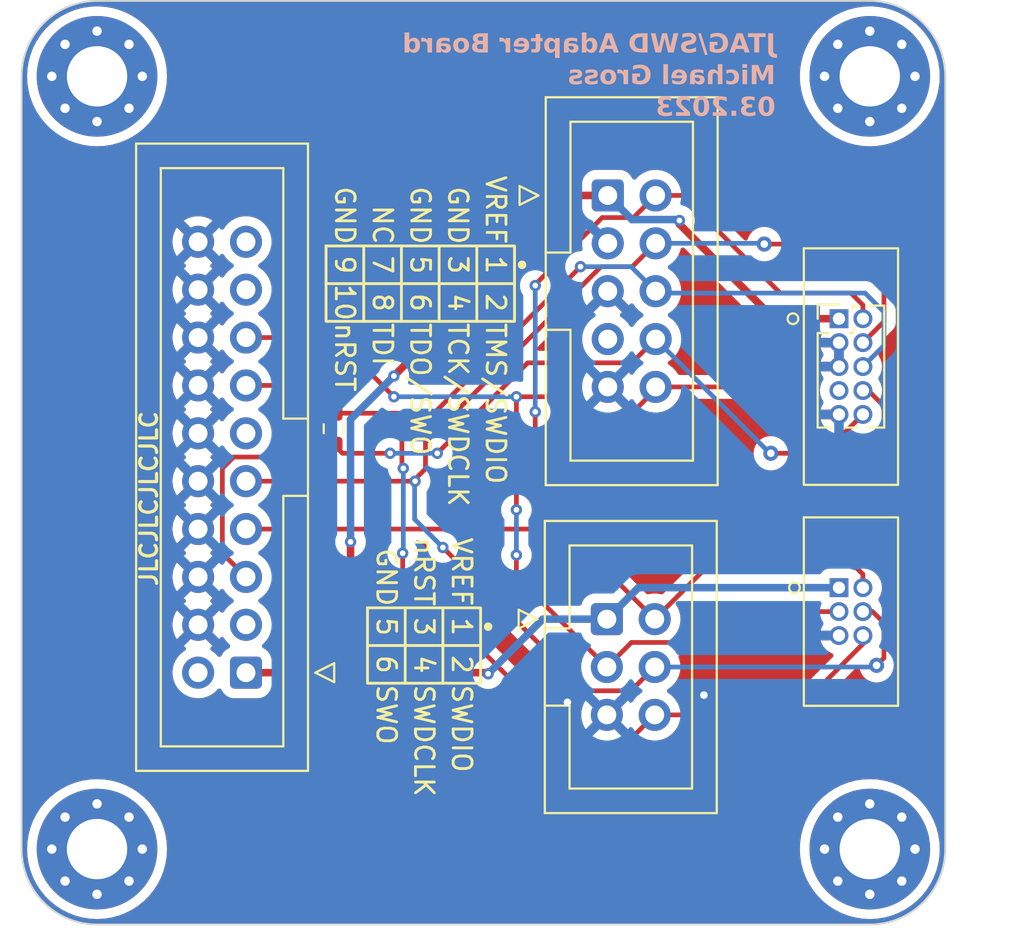
<source format=kicad_pcb>
(kicad_pcb (version 20221018) (generator pcbnew)
  (title_block (title "JTAG/SWD Adapter") (date "2023-03-20") (rev "v1.0") (company "Michael Gross"))
  (layers (0 "F.Cu" signal "Front") (31 "B.Cu" signal "Back") (34 "B.Paste" user) (35 "F.Paste" user) (36 "B.SilkS" user "B.Silkscreen") (37 "F.SilkS" user "F.Silkscreen") (38 "B.Mask" user) (39 "F.Mask" user) (44 "Edge.Cuts" user))
  (net 0 "")
  (net 1 "VREF")
  (net 2 "TMS{slash}SWDIO")
  (net 3 "nRST")
  (net 4 "TCK{slash}SWDCLK")
  (net 5 "GND")
  (net 6 "TDO{slash}SWO")
  (net 8 "TDI")
  (net 9 "VCC")
  (net 10 "nTRST")
  (net 11 "RTCK")
  (net 12 "DBGRQ")
  (net 13 "DBGACK")
  (footprint "Custom:Connector_IDC_2x05_P1.27" (layer "F.Cu") (at 142 124.4)
    (fp_text reference "J5" hide)
    (fp_text value "Conn_ARM_JTAG_SWD_10")
    (fp_line (start -1.765 -3.3) (end -0.635 -3.3) (stroke (width 0.12)) (layer "F.SilkS"))
    (fp_line (start -1.765 -2.54) (end -1.765 -3.3) (stroke (width 0.12)) (layer "F.SilkS"))
    (fp_line (start -1.765 -1.78) (end -1.765 3.235) (stroke (width 0.12)) (layer "F.SilkS"))
    (fp_line (start -1.765 -1.78) (end -1.198471 -1.78) (stroke (width 0.12)) (layer "F.SilkS"))
    (fp_line (start -1.765 3.235) (end -0.94253 3.235) (stroke (width 0.12)) (layer "F.SilkS"))
    (fp_line (start -0.32747 3.235) (end 0.32747 3.235) (stroke (width 0.12)) (layer "F.SilkS"))
    (fp_line (start -0.071529 -1.78) (end 0.071529 -1.78) (stroke (width 0.12)) (layer "F.SilkS"))
    (fp_line (start 0.125 -3.235) (end 0.32747 -3.235) (stroke (width 0.12)) (layer "F.SilkS"))
    (fp_line (start 0.125 -3.103471) (end 0.125 -3.235) (stroke (width 0.12)) (layer "F.SilkS"))
    (fp_line (start 0.125 -1.833471) (end 0.125 -1.976529) (stroke (width 0.12)) (layer "F.SilkS"))
    (fp_line (start 0.94253 -3.235) (end 1.765 -3.235) (stroke (width 0.12)) (layer "F.SilkS"))
    (fp_line (start 0.94253 3.235) (end 1.765 3.235) (stroke (width 0.12)) (layer "F.SilkS"))
    (fp_line (start 1.765 -3.235) (end 1.765 3.235) (stroke (width 0.12)) (layer "F.SilkS"))
    (fp_rect (start -2.5 -6.275) (end 2.5 6.275) (stroke (width 0.12)) (fill none) (layer "F.SilkS"))
    (fp_circle (center -3.07798 -2.54) (end -2.82398 -2.413) (stroke (width 0.12)) (fill none) (layer "F.SilkS"))
    (pad "1" thru_hole rect (at -0.635 -2.54) (size 1 1) (drill 0.65) (layers "*.Cu" "*.Mask") (net 1 "VREF"))
    (pad "2" thru_hole oval (at 0.635 -2.54) (size 1 1) (drill 0.65) (layers "*.Cu" "*.Mask") (net 2 "TMS{slash}SWDIO"))
    (pad "3" thru_hole oval (at -0.635 -1.27) (size 1 1) (drill 0.65) (layers "*.Cu" "*.Mask") (net 5 "GND"))
    (pad "4" thru_hole oval (at 0.635 -1.27) (size 1 1) (drill 0.65) (layers "*.Cu" "*.Mask") (net 4 "TCK{slash}SWDCLK"))
    (pad "5" thru_hole oval (at -0.635 0) (size 1 1) (drill 0.65) (layers "*.Cu" "*.Mask") (net 5 "GND"))
    (pad "6" thru_hole oval (at 0.635 0) (size 1 1) (drill 0.65) (layers "*.Cu" "*.Mask") (net 6 "TDO{slash}SWO"))
    (pad "7" thru_hole oval (at -0.635 1.27) (size 1 1) (drill 0.65) (layers "*.Cu" "*.Mask"))
    (pad "8" thru_hole oval (at 0.635 1.27) (size 1 1) (drill 0.65) (layers "*.Cu" "*.Mask") (net 8 "TDI"))
    (pad "9" thru_hole oval (at -0.635 2.54) (size 1 1) (drill 0.65) (layers "*.Cu" "*.Mask") (net 5 "GND"))
    (pad "10" thru_hole oval (at 0.635 2.54) (size 1 1) (drill 0.65) (layers "*.Cu" "*.Mask") (net 3 "nRST"))
  )
  (footprint "MountingHole:MountingHole_3.2mm_M3_Pad_Via" (layer "F.Cu") (at 143 150)
    (fp_text reference "H3" hide)
    (fp_text value "MountingHole")
    (pad "1" thru_hole circle (at -2.4 0) (size 0.8 0.8) (drill 0.5) (layers "*.Cu" "*.Mask"))
    (pad "1" thru_hole circle (at -1.697056 -1.697056) (size 0.8 0.8) (drill 0.5) (layers "*.Cu" "*.Mask"))
    (pad "1" thru_hole circle (at -1.697056 1.697056) (size 0.8 0.8) (drill 0.5) (layers "*.Cu" "*.Mask"))
    (pad "1" thru_hole circle (at 0 -2.4) (size 0.8 0.8) (drill 0.5) (layers "*.Cu" "*.Mask"))
    (pad "1" thru_hole circle (at 0 0) (size 6.4 6.4) (drill 3.2) (layers "*.Cu" "*.Mask"))
    (pad "1" thru_hole circle (at 0 2.4) (size 0.8 0.8) (drill 0.5) (layers "*.Cu" "*.Mask"))
    (pad "1" thru_hole circle (at 1.697056 -1.697056) (size 0.8 0.8) (drill 0.5) (layers "*.Cu" "*.Mask"))
    (pad "1" thru_hole circle (at 1.697056 1.697056) (size 0.8 0.8) (drill 0.5) (layers "*.Cu" "*.Mask"))
    (pad "1" thru_hole circle (at 2.4 0) (size 0.8 0.8) (drill 0.5) (layers "*.Cu" "*.Mask"))
  )
  (footprint "MountingHole:MountingHole_3.2mm_M3_Pad_Via" (layer "F.Cu") (at 102 150)
    (fp_text reference "H4" hide)
    (fp_text value "MountingHole")
    (pad "1" thru_hole circle (at -2.4 0) (size 0.8 0.8) (drill 0.5) (layers "*.Cu" "*.Mask"))
    (pad "1" thru_hole circle (at -1.697056 -1.697056) (size 0.8 0.8) (drill 0.5) (layers "*.Cu" "*.Mask"))
    (pad "1" thru_hole circle (at -1.697056 1.697056) (size 0.8 0.8) (drill 0.5) (layers "*.Cu" "*.Mask"))
    (pad "1" thru_hole circle (at 0 -2.4) (size 0.8 0.8) (drill 0.5) (layers "*.Cu" "*.Mask"))
    (pad "1" thru_hole circle (at 0 0) (size 6.4 6.4) (drill 3.2) (layers "*.Cu" "*.Mask"))
    (pad "1" thru_hole circle (at 0 2.4) (size 0.8 0.8) (drill 0.5) (layers "*.Cu" "*.Mask"))
    (pad "1" thru_hole circle (at 1.697056 -1.697056) (size 0.8 0.8) (drill 0.5) (layers "*.Cu" "*.Mask"))
    (pad "1" thru_hole circle (at 1.697056 1.697056) (size 0.8 0.8) (drill 0.5) (layers "*.Cu" "*.Mask"))
    (pad "1" thru_hole circle (at 2.4 0) (size 0.8 0.8) (drill 0.5) (layers "*.Cu" "*.Mask"))
  )
  (footprint "MountingHole:MountingHole_3.2mm_M3_Pad_Via" (layer "F.Cu") (at 102 109)
    (fp_text reference "H1" hide)
    (fp_text value "MountingHole")
    (pad "1" thru_hole circle (at -2.4 0) (size 0.8 0.8) (drill 0.5) (layers "*.Cu" "*.Mask"))
    (pad "1" thru_hole circle (at -1.697056 -1.697056) (size 0.8 0.8) (drill 0.5) (layers "*.Cu" "*.Mask"))
    (pad "1" thru_hole circle (at -1.697056 1.697056) (size 0.8 0.8) (drill 0.5) (layers "*.Cu" "*.Mask"))
    (pad "1" thru_hole circle (at 0 -2.4) (size 0.8 0.8) (drill 0.5) (layers "*.Cu" "*.Mask"))
    (pad "1" thru_hole circle (at 0 0) (size 6.4 6.4) (drill 3.2) (layers "*.Cu" "*.Mask"))
    (pad "1" thru_hole circle (at 0 2.4) (size 0.8 0.8) (drill 0.5) (layers "*.Cu" "*.Mask"))
    (pad "1" thru_hole circle (at 1.697056 -1.697056) (size 0.8 0.8) (drill 0.5) (layers "*.Cu" "*.Mask"))
    (pad "1" thru_hole circle (at 1.697056 1.697056) (size 0.8 0.8) (drill 0.5) (layers "*.Cu" "*.Mask"))
    (pad "1" thru_hole circle (at 2.4 0) (size 0.8 0.8) (drill 0.5) (layers "*.Cu" "*.Mask"))
  )
  (footprint "Resistor_SMD:R_0603_1608Metric" (layer "F.Cu") (at 114.55 127.7 90)
    (fp_text reference "R1" hide)
    (fp_text value "470R")
    (fp_line (start -0.237258 -0.5225) (end 0.237258 -0.5225) (stroke (width 0.12)) (layer "F.SilkS"))
    (fp_line (start -0.237258 0.5225) (end 0.237258 0.5225) (stroke (width 0.12)) (layer "F.SilkS"))
    (pad "1" smd roundrect (at -0.825 0 90) (size 0.8 0.95) (layers "F.Cu" "F.Paste" "F.Mask") (net 8 "TDI"))
    (pad "2" smd roundrect (at 0.825 0 90) (size 0.8 0.95) (layers "F.Cu" "F.Paste" "F.Mask") (net 6 "TDO{slash}SWO"))
  )
  (footprint "Connector_IDC:IDC-Header_2x10_P2.54mm_Vertical" (layer "F.Cu") (at 109.9025 140.64 180)
    (fp_text reference "J3" hide)
    (fp_text value "Conn_ARM_JTAG_SWD_20")
    (fp_line (start -4.68 -0.5) (end -4.68 0.5) (stroke (width 0.12)) (layer "F.SilkS"))
    (fp_line (start -4.68 0.5) (end -3.68 0) (stroke (width 0.12)) (layer "F.SilkS"))
    (fp_line (start -3.68 0) (end -4.68 -0.5) (stroke (width 0.12)) (layer "F.SilkS"))
    (fp_line (start -3.29 -5.21) (end 5.83 -5.21) (stroke (width 0.12)) (layer "F.SilkS"))
    (fp_line (start -3.29 9.38) (end -1.98 9.38) (stroke (width 0.12)) (layer "F.SilkS"))
    (fp_line (start -3.29 28.07) (end -3.29 -5.21) (stroke (width 0.12)) (layer "F.SilkS"))
    (fp_line (start -1.98 -3.91) (end 4.52 -3.91) (stroke (width 0.12)) (layer "F.SilkS"))
    (fp_line (start -1.98 9.38) (end -1.98 -3.91) (stroke (width 0.12)) (layer "F.SilkS"))
    (fp_line (start -1.98 13.48) (end -3.29 13.48) (stroke (width 0.12)) (layer "F.SilkS"))
    (fp_line (start -1.98 13.48) (end -1.98 13.48) (stroke (width 0.12)) (layer "F.SilkS"))
    (fp_line (start -1.98 26.77) (end -1.98 13.48) (stroke (width 0.12)) (layer "F.SilkS"))
    (fp_line (start 4.52 -3.91) (end 4.52 26.77) (stroke (width 0.12)) (layer "F.SilkS"))
    (fp_line (start 4.52 26.77) (end -1.98 26.77) (stroke (width 0.12)) (layer "F.SilkS"))
    (fp_line (start 5.83 -5.21) (end 5.83 28.07) (stroke (width 0.12)) (layer "F.SilkS"))
    (fp_line (start 5.83 28.07) (end -3.29 28.07) (stroke (width 0.12)) (layer "F.SilkS"))
    (pad "1" thru_hole roundrect (at 0 0 180) (size 1.7 1.7) (drill 1) (layers "*.Cu" "*.Mask") (roundrect_rratio 0.1470588235) (net 1 "VREF"))
    (pad "2" thru_hole circle (at 2.54 0 180) (size 1.7 1.7) (drill 1) (layers "*.Cu" "*.Mask") (net 9 "VCC"))
    (pad "3" thru_hole circle (at 0 2.54 180) (size 1.7 1.7) (drill 1) (layers "*.Cu" "*.Mask") (net 10 "nTRST"))
    (pad "4" thru_hole circle (at 2.54 2.54 180) (size 1.7 1.7) (drill 1) (layers "*.Cu" "*.Mask") (net 5 "GND"))
    (pad "5" thru_hole circle (at 0 5.08 180) (size 1.7 1.7) (drill 1) (layers "*.Cu" "*.Mask") (net 8 "TDI"))
    (pad "6" thru_hole circle (at 2.54 5.08 180) (size 1.7 1.7) (drill 1) (layers "*.Cu" "*.Mask") (net 5 "GND"))
    (pad "7" thru_hole circle (at 0 7.62 180) (size 1.7 1.7) (drill 1) (layers "*.Cu" "*.Mask") (net 2 "TMS{slash}SWDIO"))
    (pad "8" thru_hole circle (at 2.54 7.62 180) (size 1.7 1.7) (drill 1) (layers "*.Cu" "*.Mask") (net 5 "GND"))
    (pad "9" thru_hole circle (at 0 10.16 180) (size 1.7 1.7) (drill 1) (layers "*.Cu" "*.Mask") (net 4 "TCK{slash}SWDCLK"))
    (pad "10" thru_hole circle (at 2.54 10.16 180) (size 1.7 1.7) (drill 1) (layers "*.Cu" "*.Mask") (net 5 "GND"))
    (pad "11" thru_hole circle (at 0 12.7 180) (size 1.7 1.7) (drill 1) (layers "*.Cu" "*.Mask") (net 11 "RTCK"))
    (pad "12" thru_hole circle (at 2.54 12.7 180) (size 1.7 1.7) (drill 1) (layers "*.Cu" "*.Mask") (net 5 "GND"))
    (pad "13" thru_hole circle (at 0 15.24 180) (size 1.7 1.7) (drill 1) (layers "*.Cu" "*.Mask") (net 6 "TDO{slash}SWO"))
    (pad "14" thru_hole circle (at 2.54 15.24 180) (size 1.7 1.7) (drill 1) (layers "*.Cu" "*.Mask") (net 5 "GND"))
    (pad "15" thru_hole circle (at 0 17.78 180) (size 1.7 1.7) (drill 1) (layers "*.Cu" "*.Mask") (net 3 "nRST"))
    (pad "16" thru_hole circle (at 2.54 17.78 180) (size 1.7 1.7) (drill 1) (layers "*.Cu" "*.Mask") (net 5 "GND"))
    (pad "17" thru_hole circle (at 0 20.32 180) (size 1.7 1.7) (drill 1) (layers "*.Cu" "*.Mask") (net 12 "DBGRQ"))
    (pad "18" thru_hole circle (at 2.54 20.32 180) (size 1.7 1.7) (drill 1) (layers "*.Cu" "*.Mask") (net 5 "GND"))
    (pad "19" thru_hole circle (at 0 22.86 180) (size 1.7 1.7) (drill 1) (layers "*.Cu" "*.Mask") (net 13 "DBGACK"))
    (pad "20" thru_hole circle (at 2.54 22.86 180) (size 1.7 1.7) (drill 1) (layers "*.Cu" "*.Mask") (net 5 "GND"))
  )
  (footprint "Connector_IDC:IDC-Header_2x05_P2.54mm_Vertical" (layer "F.Cu") (at 129.0975 115.32)
    (fp_text reference "J2" hide)
    (fp_text value "Conn_ARM_JTAG_SWD_10")
    (fp_line (start -4.68 -0.5) (end -4.68 0.5) (stroke (width 0.12)) (layer "F.SilkS"))
    (fp_line (start -4.68 0.5) (end -3.68 0) (stroke (width 0.12)) (layer "F.SilkS"))
    (fp_line (start -3.68 0) (end -4.68 -0.5) (stroke (width 0.12)) (layer "F.SilkS"))
    (fp_line (start -3.29 -5.21) (end 5.83 -5.21) (stroke (width 0.12)) (layer "F.SilkS"))
    (fp_line (start -3.29 3.03) (end -1.98 3.03) (stroke (width 0.12)) (layer "F.SilkS"))
    (fp_line (start -3.29 15.37) (end -3.29 -5.21) (stroke (width 0.12)) (layer "F.SilkS"))
    (fp_line (start -1.98 -3.91) (end 4.52 -3.91) (stroke (width 0.12)) (layer "F.SilkS"))
    (fp_line (start -1.98 3.03) (end -1.98 -3.91) (stroke (width 0.12)) (layer "F.SilkS"))
    (fp_line (start -1.98 7.13) (end -3.29 7.13) (stroke (width 0.12)) (layer "F.SilkS"))
    (fp_line (start -1.98 7.13) (end -1.98 7.13) (stroke (width 0.12)) (layer "F.SilkS"))
    (fp_line (start -1.98 14.07) (end -1.98 7.13) (stroke (width 0.12)) (layer "F.SilkS"))
    (fp_line (start 4.52 -3.91) (end 4.52 14.07) (stroke (width 0.12)) (layer "F.SilkS"))
    (fp_line (start 4.52 14.07) (end -1.98 14.07) (stroke (width 0.12)) (layer "F.SilkS"))
    (fp_line (start 5.83 -5.21) (end 5.83 15.37) (stroke (width 0.12)) (layer "F.SilkS"))
    (fp_line (start 5.83 15.37) (end -3.29 15.37) (stroke (width 0.12)) (layer "F.SilkS"))
    (pad "1" thru_hole roundrect (at 0 0) (size 1.7 1.7) (drill 1) (layers "*.Cu" "*.Mask") (roundrect_rratio 0.1470588235) (net 1 "VREF"))
    (pad "2" thru_hole circle (at 2.54 0) (size 1.7 1.7) (drill 1) (layers "*.Cu" "*.Mask") (net 2 "TMS{slash}SWDIO"))
    (pad "3" thru_hole circle (at 0 2.54) (size 1.7 1.7) (drill 1) (layers "*.Cu" "*.Mask") (net 5 "GND"))
    (pad "4" thru_hole circle (at 2.54 2.54) (size 1.7 1.7) (drill 1) (layers "*.Cu" "*.Mask") (net 4 "TCK{slash}SWDCLK"))
    (pad "5" thru_hole circle (at 0 5.08) (size 1.7 1.7) (drill 1) (layers "*.Cu" "*.Mask") (net 5 "GND"))
    (pad "6" thru_hole circle (at 2.54 5.08) (size 1.7 1.7) (drill 1) (layers "*.Cu" "*.Mask") (net 6 "TDO{slash}SWO"))
    (pad "7" thru_hole circle (at 0 7.62) (size 1.7 1.7) (drill 1) (layers "*.Cu" "*.Mask"))
    (pad "8" thru_hole circle (at 2.54 7.62) (size 1.7 1.7) (drill 1) (layers "*.Cu" "*.Mask") (net 8 "TDI"))
    (pad "9" thru_hole circle (at 0 10.16) (size 1.7 1.7) (drill 1) (layers "*.Cu" "*.Mask") (net 5 "GND"))
    (pad "10" thru_hole circle (at 2.54 10.16) (size 1.7 1.7) (drill 1) (layers "*.Cu" "*.Mask") (net 3 "nRST"))
  )
  (footprint "MountingHole:MountingHole_3.2mm_M3_Pad_Via" (layer "F.Cu") (at 143 109)
    (fp_text reference "H2" hide)
    (fp_text value "MountingHole")
    (pad "1" thru_hole circle (at -2.4 0) (size 0.8 0.8) (drill 0.5) (layers "*.Cu" "*.Mask"))
    (pad "1" thru_hole circle (at -1.697056 -1.697056) (size 0.8 0.8) (drill 0.5) (layers "*.Cu" "*.Mask"))
    (pad "1" thru_hole circle (at -1.697056 1.697056) (size 0.8 0.8) (drill 0.5) (layers "*.Cu" "*.Mask"))
    (pad "1" thru_hole circle (at 0 -2.4) (size 0.8 0.8) (drill 0.5) (layers "*.Cu" "*.Mask"))
    (pad "1" thru_hole circle (at 0 0) (size 6.4 6.4) (drill 3.2) (layers "*.Cu" "*.Mask"))
    (pad "1" thru_hole circle (at 0 2.4) (size 0.8 0.8) (drill 0.5) (layers "*.Cu" "*.Mask"))
    (pad "1" thru_hole circle (at 1.697056 -1.697056) (size 0.8 0.8) (drill 0.5) (layers "*.Cu" "*.Mask"))
    (pad "1" thru_hole circle (at 1.697056 1.697056) (size 0.8 0.8) (drill 0.5) (layers "*.Cu" "*.Mask"))
    (pad "1" thru_hole circle (at 2.4 0) (size 0.8 0.8) (drill 0.5) (layers "*.Cu" "*.Mask"))
  )
  (footprint "Connector_IDC:IDC-Header_2x03_P2.54mm_Vertical" (layer "F.Cu") (at 129.05 137.8)
    (fp_text reference "J1" hide)
    (fp_text value "Conn_02x03_Odd_Even")
    (fp_line (start -4.68 -0.5) (end -4.68 0.5) (stroke (width 0.12)) (layer "F.SilkS"))
    (fp_line (start -4.68 0.5) (end -3.68 0) (stroke (width 0.12)) (layer "F.SilkS"))
    (fp_line (start -3.68 0) (end -4.68 -0.5) (stroke (width 0.12)) (layer "F.SilkS"))
    (fp_line (start -3.29 -5.21) (end 5.83 -5.21) (stroke (width 0.12)) (layer "F.SilkS"))
    (fp_line (start -3.29 0.49) (end -1.98 0.49) (stroke (width 0.12)) (layer "F.SilkS"))
    (fp_line (start -3.29 10.29) (end -3.29 -5.21) (stroke (width 0.12)) (layer "F.SilkS"))
    (fp_line (start -1.98 -3.91) (end 4.52 -3.91) (stroke (width 0.12)) (layer "F.SilkS"))
    (fp_line (start -1.98 0.49) (end -1.98 -3.91) (stroke (width 0.12)) (layer "F.SilkS"))
    (fp_line (start -1.98 4.59) (end -3.29 4.59) (stroke (width 0.12)) (layer "F.SilkS"))
    (fp_line (start -1.98 4.59) (end -1.98 4.59) (stroke (width 0.12)) (layer "F.SilkS"))
    (fp_line (start -1.98 8.99) (end -1.98 4.59) (stroke (width 0.12)) (layer "F.SilkS"))
    (fp_line (start 4.52 -3.91) (end 4.52 8.99) (stroke (width 0.12)) (layer "F.SilkS"))
    (fp_line (start 4.52 8.99) (end -1.98 8.99) (stroke (width 0.12)) (layer "F.SilkS"))
    (fp_line (start 5.83 -5.21) (end 5.83 10.29) (stroke (width 0.12)) (layer "F.SilkS"))
    (fp_line (start 5.83 10.29) (end -3.29 10.29) (stroke (width 0.12)) (layer "F.SilkS"))
    (pad "1" thru_hole roundrect (at 0 0) (size 1.7 1.7) (drill 1) (layers "*.Cu" "*.Mask") (roundrect_rratio 0.1470588235) (net 1 "VREF"))
    (pad "2" thru_hole circle (at 2.54 0) (size 1.7 1.7) (drill 1) (layers "*.Cu" "*.Mask") (net 2 "TMS{slash}SWDIO"))
    (pad "3" thru_hole circle (at 0 2.54) (size 1.7 1.7) (drill 1) (layers "*.Cu" "*.Mask") (net 3 "nRST"))
    (pad "4" thru_hole circle (at 2.54 2.54) (size 1.7 1.7) (drill 1) (layers "*.Cu" "*.Mask") (net 4 "TCK{slash}SWDCLK"))
    (pad "5" thru_hole circle (at 0 5.08) (size 1.7 1.7) (drill 1) (layers "*.Cu" "*.Mask") (net 5 "GND"))
    (pad "6" thru_hole circle (at 2.54 5.08) (size 1.7 1.7) (drill 1) (layers "*.Cu" "*.Mask") (net 6 "TDO{slash}SWO"))
  )
  (footprint "Custom:IDC_Connector_2x03_P1.27mm" (layer "F.Cu") (at 142 137.4)
    (fp_text reference "J4" hide)
    (fp_text value "Conn_02x03_Odd_Even")
    (fp_rect (start -2.5 -5) (end 2.5 5) (stroke (width 0.12)) (fill none) (layer "F.SilkS"))
    (fp_circle (center -2.9972 -1.27) (end -2.7432 -1.143) (stroke (width 0.12)) (fill none) (layer "F.SilkS"))
    (pad "1" thru_hole rect (at -0.635 -1.27) (size 1 1) (drill 0.65) (layers "*.Cu" "*.Mask") (net 1 "VREF"))
    (pad "2" thru_hole oval (at 0.635 -1.27) (size 1 1) (drill 0.65) (layers "*.Cu" "*.Mask") (net 2 "TMS{slash}SWDIO"))
    (pad "3" thru_hole oval (at -0.635 0) (size 1 1) (drill 0.65) (layers "*.Cu" "*.Mask") (net 3 "nRST"))
    (pad "4" thru_hole oval (at 0.635 0) (size 1 1) (drill 0.65) (layers "*.Cu" "*.Mask") (net 4 "TCK{slash}SWDCLK"))
    (pad "5" thru_hole oval (at -0.635 1.27) (size 1 1) (drill 0.65) (layers "*.Cu" "*.Mask") (net 5 "GND"))
    (pad "6" thru_hole oval (at 0.635 1.27) (size 1 1) (drill 0.65) (layers "*.Cu" "*.Mask") (net 6 "TDO{slash}SWO"))
  )
  (gr_line (start 122.35 139.2) (end 116.35 139.2) (stroke (width 0.15)) (layer "F.SilkS"))
  (gr_line (start 124.15 120) (end 114.15 120) (stroke (width 0.15)) (layer "F.SilkS"))
  (gr_line (start 122.15 118) (end 122.15 122) (stroke (width 0.15)) (layer "F.SilkS"))
  (gr_rect (start 114.15 118) (end 124.15 122) (stroke (width 0.15)) (fill none) (layer "F.SilkS"))
  (gr_line (start 120.15 118) (end 120.15 122) (stroke (width 0.15)) (layer "F.SilkS"))
  (gr_line (start 118.35 137.2) (end 118.35 141.2) (stroke (width 0.15)) (layer "F.SilkS"))
  (gr_line (start 118.15 122) (end 118.15 118) (stroke (width 0.15)) (layer "F.SilkS"))
  (gr_circle (center 122.75 138.2) (end 122.75 138.35) (stroke (width 0.15)) (fill solid) (layer "F.SilkS"))
  (gr_line (start 120.35 137.2) (end 120.35 141.2) (stroke (width 0.15)) (layer "F.SilkS"))
  (gr_circle (center 124.55 119) (end 124.55 119.15) (stroke (width 0.15)) (fill solid) (layer "F.SilkS"))
  (gr_line (start 116.15 118) (end 116.15 122) (stroke (width 0.15)) (layer "F.SilkS"))
  (gr_rect (start 116.35 137.2) (end 122.35 141.2) (stroke (width 0.15)) (fill none) (layer "F.SilkS"))
  (gr_line (start 102 154) (end 143 154) (stroke (width 0.1)) (layer "Edge.Cuts"))
  (gr_line (start 98 109) (end 98 150) (stroke (width 0.1)) (layer "Edge.Cuts"))
  (gr_arc (start 147 150) (mid 145.828429 152.828429) (end 143 154) (stroke (width 0.1)) (layer "Edge.Cuts"))
  (gr_line (start 143 105) (end 102 105) (stroke (width 0.1)) (layer "Edge.Cuts"))
  (gr_line (start 147 150) (end 147 109) (stroke (width 0.1)) (layer "Edge.Cuts"))
  (gr_arc (start 143 105) (mid 145.828429 106.171571) (end 147 109) (stroke (width 0.1)) (layer "Edge.Cuts"))
  (gr_arc (start 102 154) (mid 99.17157 152.828429) (end 98 150) (stroke (width 0.1)) (layer "Edge.Cuts"))
  (gr_arc (start 98 109) (mid 99.171571 106.171571) (end 102 105) (stroke (width 0.1)) (layer "Edge.Cuts"))
  (gr_text "JTAG/SWD Adapter Board\nMichael Gross\n03.2023" (at 138 109) (layer "B.SilkS") (effects (font (size 1 1) (thickness 0.2) bold) (justify left mirror)))
  (gr_text "3" (at 119.35 138.2 270) (layer "F.SilkS") (effects (font (size 1 1))))
  (gr_text "2" (at 121.35 140.2 270) (layer "F.SilkS") (effects (font (size 1 1))))
  (gr_text "SWDCLK" (at 119.35 141.2 270) (layer "F.SilkS") (effects (font (size 1 1)) (justify left)))
  (gr_text "GND" (at 121.15 118 270) (layer "F.SilkS") (effects (font (size 1 1)) (justify right)))
  (gr_text "1" (at 121.35 138.2 270) (layer "F.SilkS") (effects (font (size 1 1))))
  (gr_text "6" (at 119.15 121 270) (layer "F.SilkS") (effects (font (size 1 1))))
  (gr_text "nRST" (at 115.15 122 270) (layer "F.SilkS") (effects (font (size 1 1)) (justify left)))
  (gr_text "10" (at 115.15 121 270) (layer "F.SilkS") (effects (font (size 1 1))))
  (gr_text "SWDIO" (at 121.35 141.2 270) (layer "F.SilkS") (effects (font (size 1 1)) (justify left)))
  (gr_text "4" (at 121.15 121 270) (layer "F.SilkS") (effects (font (size 1 1))))
  (gr_text "3" (at 121.15 119 270) (layer "F.SilkS") (effects (font (size 1 1))))
  (gr_text "GND" (at 115.15 118 270) (layer "F.SilkS") (effects (font (size 1 1)) (justify right)))
  (gr_text "NC" (at 117.15 118 270) (layer "F.SilkS") (effects (font (size 1 1)) (justify right)))
  (gr_text "5" (at 119.15 119 270) (layer "F.SilkS") (effects (font (size 1 1))))
  (gr_text "GND" (at 117.35 137.2 270) (layer "F.SilkS") (effects (font (size 1 1)) (justify right)))
  (gr_text "2" (at 123.15 121 270) (layer "F.SilkS") (effects (font (size 1 1))))
  (gr_text "4" (at 119.35 140.2 270) (layer "F.SilkS") (effects (font (size 1 1))))
  (gr_text "JLCJLCJLCJLC" (at 104.75 131.4 90) (layer "F.SilkS") (effects (font (size 0.9 0.9) (thickness 0.166667))))
  (gr_text "VREF" (at 121.35 137.2 270) (layer "F.SilkS") (effects (font (size 1 1)) (justify right)))
  (gr_text "TMS/SWDIO" (at 123.15 122 270) (layer "F.SilkS") (effects (font (size 1 1)) (justify left)))
  (gr_text "nRST" (at 119.35 137.2 270) (layer "F.SilkS") (effects (font (size 1 1)) (justify right)))
  (gr_text "1" (at 123.15 119 270) (layer "F.SilkS") (effects (font (size 1 1))))
  (gr_text "8" (at 117.15 121 270) (layer "F.SilkS") (effects (font (size 1 1))))
  (gr_text "TDO/SWO" (at 119.15 122 270) (layer "F.SilkS") (effects (font (size 1 1)) (justify left)))
  (gr_text "5" (at 117.35 138.2 270) (layer "F.SilkS") (effects (font (size 1 1))))
  (gr_text "TCK/SWDCLK" (at 121.15 122 270) (layer "F.SilkS") (effects (font (size 1 1)) (justify left)))
  (gr_text "7" (at 117.15 119 270) (layer "F.SilkS") (effects (font (size 1 1))))
  (gr_text "SWO" (at 117.35 141.2 270) (layer "F.SilkS") (effects (font (size 1 1)) (justify left)))
  (gr_text "VREF" (at 123.15 118 270) (layer "F.SilkS") (effects (font (size 1 1)) (justify right)))
  (gr_text "GND" (at 119.15 118 270) (layer "F.SilkS") (effects (font (size 1 1)) (justify right)))
  (gr_text "TDI" (at 117.15 122 270) (layer "F.SilkS") (effects (font (size 1 1)) (justify left)))
  (gr_text "9" (at 115.15 119 270) (layer "F.SilkS") (effects (font (size 1 1))))
  (gr_text "6" (at 117.35 140.2 270) (layer "F.SilkS") (effects (font (size 1 1))))
  (segment (start 115.41 140.64) (end 122.69 140.64) (width 0.4) (layer "F.Cu") (net 1))
  (segment (start 129.0975 115.32) (end 127.33 115.32) (width 0.4) (layer "F.Cu") (net 1))
  (segment (start 127.33 115.32) (end 117.75 124.9) (width 0.4) (layer "F.Cu") (net 1))
  (segment (start 137.915 121.86) (end 141.365 121.86) (width 0.4) (layer "F.Cu") (net 1))
  (segment (start 115.45 140.6) (end 115.41 140.64) (width 0.4) (layer "F.Cu") (net 1))
  (segment (start 115.45 133.7) (end 115.45 140.6) (width 0.4) (layer "F.Cu") (net 1))
  (segment (start 132.9 116.845) (end 137.915 121.86) (width 0.4) (layer "F.Cu") (net 1))
  (segment (start 122.69 140.64) (end 122.75 140.7) (width 0.4) (layer "F.Cu") (net 1))
  (segment (start 109.9025 140.64) (end 115.41 140.64) (width 0.4) (layer "F.Cu") (net 1))
  (segment (start 132.9 116.65) (end 132.9 116.845) (width 0.4) (layer "F.Cu") (net 1))
  (via (at 122.75 140.7) (size 0.6) (drill 0.3) (layers "F.Cu" "B.Cu") (net 1))
  (via (at 115.45 133.7) (size 0.6) (drill 0.3) (layers "F.Cu" "B.Cu") (net 1))
  (via (at 117.75 124.9) (size 0.6) (drill 0.3) (layers "F.Cu" "B.Cu") (net 1))
  (via (at 132.9 116.65) (size 0.6) (drill 0.3) (layers "F.Cu" "B.Cu") (net 1))
  (segment (start 122.75 140.7) (end 125.65 137.8) (width 0.4) (layer "B.Cu") (net 1))
  (segment (start 130.3775 116.6) (end 129.0975 115.32) (width 0.4) (layer "B.Cu") (net 1))
  (segment (start 132.85 116.6) (end 130.3775 116.6) (width 0.4) (layer "B.Cu") (net 1))
  (segment (start 125.65 137.8) (end 129.05 137.8) (width 0.4) (layer "B.Cu") (net 1))
  (segment (start 130.72 136.13) (end 141.365 136.13) (width 0.4) (layer "B.Cu") (net 1))
  (segment (start 129.05 137.8) (end 130.72 136.13) (width 0.4) (layer "B.Cu") (net 1))
  (segment (start 117.75 124.9) (end 115.45 127.2) (width 0.4) (layer "B.Cu") (net 1))
  (segment (start 115.45 127.2) (end 115.45 133.7) (width 0.4) (layer "B.Cu") (net 1))
  (segment (start 132.9 116.65) (end 132.85 116.6) (width 0.4) (layer "B.Cu") (net 1))
  (segment (start 142 120.5) (end 138.25 120.5) (width 0.25) (layer "F.Cu") (net 2))
  (segment (start 131.59 137.8) (end 134.49 134.9) (width 0.25) (layer "F.Cu") (net 2))
  (segment (start 142.635 121.135) (end 142 120.5) (width 0.25) (layer "F.Cu") (net 2))
  (segment (start 126.79 133) (end 131.59 137.8) (width 0.25) (layer "F.Cu") (net 2))
  (segment (start 138.25 120.5) (end 133.07 115.32) (width 0.25) (layer "F.Cu") (net 2))
  (segment (start 133.07 115.32) (end 131.6375 115.32) (width 0.25) (layer "F.Cu") (net 2))
  (segment (start 130.46298 116.49452) (end 131.6375 115.32) (width 0.25) (layer "F.Cu") (net 2))
  (segment (start 125.25 120.1) (end 125.25 120.04649) (width 0.25) (layer "F.Cu") (net 2))
  (segment (start 142.635 135.422894) (end 142.635 136.13) (width 0.25) (layer "F.Cu") (net 2))
  (segment (start 125.25 133) (end 125.25 126.8) (width 0.25) (layer "F.Cu") (net 2))
  (segment (start 109.9025 133.02) (end 125.23 133.02) (width 0.25) (layer "F.Cu") (net 2))
  (segment (start 134.49 134.9) (end 142.112106 134.9) (width 0.25) (layer "F.Cu") (net 2))
  (segment (start 142.112106 134.9) (end 142.635 135.422894) (width 0.25) (layer "F.Cu") (net 2))
  (segment (start 125.25 133) (end 126.79 133) (width 0.25) (layer "F.Cu") (net 2))
  (segment (start 125.23 133.02) (end 125.25 133) (width 0.25) (layer "F.Cu") (net 2))
  (segment (start 142.635 121.86) (end 142.635 121.135) (width 0.25) (layer "F.Cu") (net 2))
  (segment (start 125.25 120.04649) (end 128.80197 116.49452) (width 0.25) (layer "F.Cu") (net 2))
  (segment (start 128.80197 116.49452) (end 130.46298 116.49452) (width 0.25) (layer "F.Cu") (net 2))
  (via (at 125.25 120.1) (size 0.6) (drill 0.3) (layers "F.Cu" "B.Cu") (net 2))
  (via (at 125.25 126.8) (size 0.6) (drill 0.3) (layers "F.Cu" "B.Cu") (net 2))
  (segment (start 125.25 126.8) (end 125.25 120.1) (width 0.25) (layer "B.Cu") (net 2))
  (segment (start 131.6375 125.6125) (end 131.6375 125.48) (width 0.25) (layer "F.Cu") (net 3))
  (segment (start 127.65 127) (end 130.25 127) (width 0.25) (layer "F.Cu") (net 3))
  (segment (start 140 128.25) (end 137.23 125.48) (width 0.25) (layer "F.Cu") (net 3))
  (segment (start 124.25 135.54) (end 129.05 140.34) (width 0.25) (layer "F.Cu") (net 3))
  (segment (start 130.353 139.037) (end 134.763 139.037) (width 0.25) (layer "F.Cu") (net 3))
  (segment (start 124.25 134.4) (end 124.25 135.54) (width 0.25) (layer "F.Cu") (net 3))
  (segment (start 124.25 132) (end 124.25 126) (width 0.25) (layer "F.Cu") (net 3))
  (segment (start 114.61 122.86) (end 117.75 126) (width 0.25) (layer "F.Cu") (net 3))
  (segment (start 126.65 126) (end 127.65 127) (width 0.25) (layer "F.Cu") (net 3))
  (segment (start 109.9025 122.86) (end 114.61 122.86) (width 0.25) (layer "F.Cu") (net 3))
  (segment (start 136.4 137.4) (end 141.365 137.4) (width 0.25) (layer "F.Cu") (net 3))
  (segment (start 142.635 126.94) (end 141.325 128.25) (width 0.25) (layer "F.Cu") (net 3))
  (segment (start 130.25 127) (end 131.6375 125.6125) (width 0.25) (layer "F.Cu") (net 3))
  (segment (start 141.325 128.25) (end 140 128.25) (width 0.25) (layer "F.Cu") (net 3))
  (segment (start 124.25 126) (end 126.65 126) (width 0.25) (layer "F.Cu") (net 3))
  (segment (start 137.23 125.48) (end 131.6375 125.48) (width 0.25) (layer "F.Cu") (net 3))
  (segment (start 134.763 139.037) (end 136.4 137.4) (width 0.25) (layer "F.Cu") (net 3))
  (segment (start 129.05 140.34) (end 130.353 139.037) (width 0.25) (layer "F.Cu") (net 3))
  (via (at 124.25 134.4) (size 0.6) (drill 0.3) (layers "F.Cu" "B.Cu") (net 3))
  (via (at 117.75 126) (size 0.6) (drill 0.3) (layers "F.Cu" "B.Cu") (net 3))
  (via (at 124.25 126) (size 0.6) (drill 0.3) (layers "F.Cu" "B.Cu") (net 3))
  (via (at 124.25 132) (size 0.6) (drill 0.3) (layers "F.Cu" "B.Cu") (net 3))
  (segment (start 124.25 134.4) (end 124.25 132) (width 0.25) (layer "B.Cu") (net 3))
  (segment (start 117.75 126) (end 124.25 126) (width 0.25) (layer "B.Cu") (net 3))
  (segment (start 143.75 122.015) (end 142.635 123.13) (width 0.25) (layer "F.Cu") (net 4))
  (segment (start 128.73649 119.1) (end 130.3975 119.1) (width 0.25) (layer "F.Cu") (net 4))
  (segment (start 119.425489 129.824511) (end 119.425489 128.411001) (width 0.25) (layer "F.Cu") (net 4))
  (segment (start 141.65 117.9) (end 143.75 120) (width 0.25) (layer "F.Cu") (net 4))
  (segment (start 130.33 141.6) (end 127.95 141.6) (width 0.25) (layer "F.Cu") (net 4))
  (segment (start 143.75 138) (end 143.15 137.4) (width 0.25) (layer "F.Cu") (net 4))
  (segment (start 113.63 130.48) (end 109.9025 130.48) (width 0.25) (layer "F.Cu") (net 4))
  (segment (start 131.59 140.34) (end 130.33 141.6) (width 0.25) (layer "F.Cu") (net 4))
  (segment (start 113.63 130.48) (end 117.35649 130.48) (width 0.25) (layer "F.Cu") (net 4))
  (segment (start 143.75 120) (end 143.75 122.015) (width 0.25) (layer "F.Cu") (net 4))
  (segment (start 119.425489 128.411001) (end 128.73649 119.1) (width 0.25) (layer "F.Cu") (net 4))
  (segment (start 143.75 139.8595) (end 143.75 138) (width 0.25) (layer "F.Cu") (net 4))
  (segment (start 127.95 141.6) (end 120.35 134) (width 0.25) (layer "F.Cu") (net 4))
  (segment (start 137.4 117.9) (end 141.65 117.9) (width 0.25) (layer "F.Cu") (net 4))
  (segment (start 118.77 130.48) (end 119.425489 129.824511) (width 0.25) (layer "F.Cu") (net 4))
  (segment (start 117.35649 130.48) (end 118.77 130.48) (width 0.25) (layer "F.Cu") (net 4))
  (segment (start 130.3975 119.1) (end 131.6375 117.86) (width 0.25) (layer "F.Cu") (net 4))
  (segment (start 143.3595 140.25) (end 143.75 139.8595) (width 0.25) (layer "F.Cu") (net 4))
  (segment (start 143.15 137.4) (end 142.635 137.4) (width 0.25) (layer "F.Cu") (net 4))
  (via (at 118.8745 130.48) (size 0.6) (drill 0.3) (layers "F.Cu" "B.Cu") (net 4))
  (via (at 137.4 117.9) (size 0.8) (drill 0.4) (layers "F.Cu" "B.Cu") (net 4))
  (via (at 143.3595 140.25) (size 0.8) (drill 0.4) (layers "F.Cu" "B.Cu") (net 4))
  (via (at 120.35 134) (size 0.6) (drill 0.3) (layers "F.Cu" "B.Cu") (net 4))
  (segment (start 118.85 132.5) (end 118.85 130.5045) (width 0.25) (layer "B.Cu") (net 4))
  (segment (start 120.35 134) (end 118.85 132.5) (width 0.25) (layer "B.Cu") (net 4))
  (segment (start 137.4 117.9) (end 137.36 117.86) (width 0.25) (layer "B.Cu") (net 4))
  (segment (start 143.2695 140.34) (end 131.59 140.34) (width 0.25) (layer "B.Cu") (net 4))
  (segment (start 118.85 130.5045) (end 118.8745 130.48) (width 0.25) (layer "B.Cu") (net 4))
  (segment (start 137.36 117.86) (end 131.6375 117.86) (width 0.25) (layer "B.Cu") (net 4))
  (segment (start 143.3595 140.25) (end 143.2695 140.34) (width 0.25) (layer "B.Cu") (net 4))
  (via (at 126.959 142.212) (size 0.8) (drill 0.4) (layers "F.Cu" "B.Cu") (net 5))
  (via (at 134.198 141.831) (size 0.8) (drill 0.4) (layers "F.Cu" "B.Cu") (net 5))
  (segment (start 131.59 142.88) (end 138.87 142.88) (width 0.25) (layer "F.Cu") (net 6))
  (segment (start 119.875 126.875) (end 118.125 126.875) (width 0.25) (layer "F.Cu") (net 6))
  (segment (start 118.174511 129.724511) (end 118.25 129.8) (width 0.25) (layer "F.Cu") (net 6))
  (segment (start 127.65 144.7) (end 129.77 144.7) (width 0.25) (layer "F.Cu") (net 6))
  (segment (start 118.215334 134.3) (end 118.215334 135.265334) (width 0.25) (layer "F.Cu") (net 6))
  (segment (start 118.125 126.875) (end 118.174511 126.924511) (width 0.25) (layer "F.Cu") (net 6))
  (segment (start 118.215334 135.265334) (end 127.65 144.7) (width 0.25) (layer "F.Cu") (net 6))
  (segment (start 129.77 144.7) (end 131.59 142.88) (width 0.25) (layer "F.Cu") (net 6))
  (segment (start 118.125 126.875) (end 114.55 126.875) (width 0.25) (layer "F.Cu") (net 6))
  (segment (start 127.65 119.1) (end 119.875 126.875) (width 0.25) (layer "F.Cu") (net 6))
  (segment (start 114.55 126.875) (end 113.075 125.4) (width 0.25) (layer "F.Cu") (net 6))
  (segment (start 118.174511 126.924511) (end 118.174511 129.724511) (width 0.25) (layer "F.Cu") (net 6))
  (segment (start 138.87 142.88) (end 142.635 139.115) (width 0.25) (layer "F.Cu") (net 6))
  (segment (start 142.635 139.115) (end 142.635 138.67) (width 0.25) (layer "F.Cu") (net 6))
  (segment (start 113.075 125.4) (end 109.9025 125.4) (width 0.25) (layer "F.Cu") (net 6))
  (via (at 127.65 119.1) (size 0.6) (drill 0.3) (layers "F.Cu" "B.Cu") (net 6))
  (via (at 118.215334 134.3) (size 0.6) (drill 0.3) (layers "F.Cu" "B.Cu") (net 6))
  (via (at 118.25 129.8) (size 0.6) (drill 0.3) (layers "F.Cu" "B.Cu") (net 6))
  (segment (start 131.7375 120.5) (end 131.6375 120.4) (width 0.25) (layer "B.Cu") (net 6))
  (segment (start 118.25 134.265334) (end 118.25 129.8) (width 0.25) (layer "B.Cu") (net 6))
  (segment (start 142.75 120.5) (end 131.7375 120.5) (width 0.25) (layer "B.Cu") (net 6))
  (segment (start 142.635 124.4) (end 143.75 123.285) (width 0.25) (layer "B.Cu") (net 6))
  (segment (start 143.75 121.5) (end 142.75 120.5) (width 0.25) (layer "B.Cu") (net 6))
  (segment (start 130.3375 119.1) (end 131.6375 120.4) (width 0.25) (layer "B.Cu") (net 6))
  (segment (start 127.65 119.1) (end 130.3375 119.1) (width 0.25) (layer "B.Cu") (net 6))
  (segment (start 118.215334 134.3) (end 118.25 134.265334) (width 0.25) (layer "B.Cu") (net 6))
  (segment (start 143.75 123.285) (end 143.75 121.5) (width 0.25) (layer "B.Cu") (net 6))
  (segment (start 115.025 129) (end 117.55 129) (width 0.25) (layer "F.Cu") (net 8))
  (segment (start 108.65 134.3075) (end 108.65 129.8) (width 0.25) (layer "F.Cu") (net 8))
  (segment (start 109.9025 135.56) (end 108.65 134.3075) (width 0.25) (layer "F.Cu") (net 8))
  (segment (start 109.25 129.2) (end 113.875 129.2) (width 0.25) (layer "F.Cu") (net 8))
  (segment (start 143.75 127.5) (end 143.75 126.5) (width 0.25) (layer "F.Cu") (net 8))
  (segment (start 108.65 129.8) (end 109.25 129.2) (width 0.25) (layer "F.Cu") (net 8))
  (segment (start 143.75 126.5) (end 142.92 125.67) (width 0.25) (layer "F.Cu") (net 8))
  (segment (start 142.25 129) (end 143.75 127.5) (width 0.25) (layer "F.Cu") (net 8))
  (segment (start 120.05 129) (end 124.85 124.2) (width 0.25) (layer "F.Cu") (net 8))
  (segment (start 137.75 129) (end 142.25 129) (width 0.25) (layer "F.Cu") (net 8))
  (segment (start 124.85 124.2) (end 130.3775 124.2) (width 0.25) (layer "F.Cu") (net 8))
  (segment (start 113.875 129.2) (end 114.55 128.525) (width 0.25) (layer "F.Cu") (net 8))
  (segment (start 130.3775 124.2) (end 131.6375 122.94) (width 0.25) (layer "F.Cu") (net 8))
  (segment (start 114.55 128.525) (end 115.025 129) (width 0.25) (layer "F.Cu") (net 8))
  (segment (start 142.92 125.67) (end 142.635 125.67) (width 0.25) (layer "F.Cu") (net 8))
  (via (at 117.55 129) (size 0.6) (drill 0.3) (layers "F.Cu" "B.Cu") (net 8))
  (via (at 137.75 129) (size 0.8) (drill 0.4) (layers "F.Cu" "B.Cu") (net 8))
  (via (at 120.05 129) (size 0.6) (drill 0.3) (layers "F.Cu" "B.Cu") (net 8))
  (segment (start 117.55 129) (end 120.05 129) (width 0.25) (layer "B.Cu") (net 8))
  (segment (start 137.6975 129) (end 131.6375 122.94) (width 0.25) (layer "B.Cu") (net 8))
  (segment (start 137.75 129) (end 137.6975 129) (width 0.25) (layer "B.Cu") (net 8))
  (zone (net 5) (net_name "GND") (layers "F&B.Cu") (connect_pads (clearance 0.508)) (min_thickness 0.254) (fill yes (thermal_gap 0.508) (thermal_bridge_width 0.508))
    (polygon (pts (xy 147 154) (xy 98 154) (xy 98 105) (xy 147 105)))
  )
)
</source>
